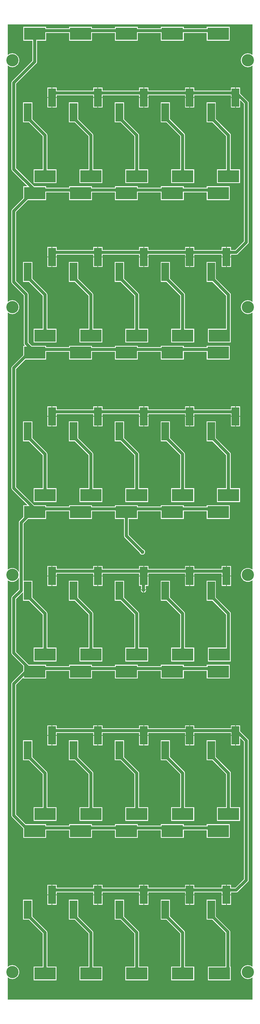
<source format=gtl>
%FSLAX44Y44*%
%MOMM*%
G71*
G01*
G75*
G04 Layer_Physical_Order=1*
G04 Layer_Color=255*
%ADD10R,2.5000X6.0000*%
%ADD11R,6.9850X4.0000*%
%ADD12C,1.0000*%
%ADD13C,4.0000*%
%ADD14C,1.2700*%
G36*
X810000Y3091833D02*
X808852Y3091290D01*
X807583Y3092332D01*
X803667Y3094424D01*
X799419Y3095713D01*
X795000Y3096148D01*
X790581Y3095713D01*
X786333Y3094424D01*
X782417Y3092332D01*
X778985Y3089515D01*
X776168Y3086082D01*
X774075Y3082167D01*
X772786Y3077918D01*
X772351Y3073499D01*
X772786Y3069081D01*
X774075Y3064832D01*
X776168Y3060916D01*
X778985Y3057484D01*
X782417Y3054667D01*
X786333Y3052574D01*
X790581Y3051285D01*
X795000Y3050850D01*
X799419Y3051285D01*
X803667Y3052574D01*
X807583Y3054667D01*
X808852Y3055709D01*
X810000Y3055166D01*
Y2286333D01*
X808852Y2285790D01*
X807583Y2286831D01*
X803667Y2288924D01*
X799419Y2290213D01*
X795000Y2290648D01*
X790581Y2290213D01*
X786333Y2288924D01*
X782417Y2286831D01*
X778985Y2284014D01*
X776168Y2280582D01*
X774075Y2276667D01*
X772786Y2272418D01*
X772351Y2267999D01*
X772786Y2263580D01*
X774075Y2259332D01*
X776168Y2255416D01*
X778985Y2251984D01*
X782417Y2249167D01*
X786333Y2247074D01*
X790581Y2245785D01*
X795000Y2245350D01*
X799419Y2245785D01*
X803667Y2247074D01*
X807583Y2249167D01*
X808852Y2250208D01*
X810000Y2249665D01*
Y1413333D01*
X808852Y1412790D01*
X807583Y1413831D01*
X803667Y1415924D01*
X799419Y1417213D01*
X795000Y1417648D01*
X790581Y1417213D01*
X786333Y1415924D01*
X782417Y1413831D01*
X778985Y1411014D01*
X776168Y1407582D01*
X774075Y1403667D01*
X772786Y1399418D01*
X772351Y1394999D01*
X772786Y1390580D01*
X774075Y1386332D01*
X776168Y1382416D01*
X778985Y1378984D01*
X782417Y1376167D01*
X786333Y1374074D01*
X790581Y1372785D01*
X795000Y1372350D01*
X799419Y1372785D01*
X803667Y1374074D01*
X807583Y1376167D01*
X808852Y1377208D01*
X810000Y1376665D01*
Y118333D01*
X808852Y117790D01*
X807583Y118831D01*
X803667Y120924D01*
X799419Y122213D01*
X795000Y122648D01*
X790581Y122213D01*
X786333Y120924D01*
X782417Y118831D01*
X778985Y116014D01*
X776168Y112582D01*
X774075Y108667D01*
X772786Y104418D01*
X772351Y99999D01*
X772786Y95581D01*
X774075Y91332D01*
X776168Y87416D01*
X778985Y83984D01*
X782417Y81167D01*
X786333Y79074D01*
X790581Y77785D01*
X795000Y77350D01*
X799419Y77785D01*
X803667Y79074D01*
X807583Y81167D01*
X808852Y82208D01*
X810000Y81665D01*
Y10000D01*
X10000D01*
Y81665D01*
X11148Y82208D01*
X12417Y81167D01*
X16333Y79074D01*
X20581Y77785D01*
X25000Y77350D01*
X29419Y77785D01*
X33667Y79074D01*
X37583Y81167D01*
X41015Y83984D01*
X43832Y87416D01*
X45925Y91332D01*
X47214Y95581D01*
X47649Y99999D01*
X47214Y104418D01*
X45925Y108667D01*
X43832Y112582D01*
X41015Y116014D01*
X37583Y118831D01*
X33667Y120924D01*
X29419Y122213D01*
X25000Y122648D01*
X20581Y122213D01*
X16333Y120924D01*
X12417Y118831D01*
X11148Y117790D01*
X10000Y118333D01*
Y1376665D01*
X11148Y1377208D01*
X12417Y1376167D01*
X16333Y1374074D01*
X20581Y1372785D01*
X25000Y1372350D01*
X29419Y1372785D01*
X33667Y1374074D01*
X37583Y1376167D01*
X41015Y1378984D01*
X43832Y1382416D01*
X45163Y1384906D01*
X46395Y1384597D01*
Y1347150D01*
X24622Y1325378D01*
X23414Y1323802D01*
X22877Y1322506D01*
X22654Y1321968D01*
X22395Y1320000D01*
Y1140000D01*
X22654Y1138032D01*
X22877Y1137494D01*
X23414Y1136198D01*
X24622Y1134622D01*
X60635Y1098610D01*
Y1081390D01*
X24622Y1045378D01*
X23414Y1043802D01*
X22877Y1042506D01*
X22654Y1041968D01*
X22395Y1040000D01*
Y610000D01*
X22654Y608032D01*
X22877Y607495D01*
X23414Y606198D01*
X24622Y604622D01*
X60635Y568610D01*
Y537220D01*
X135565D01*
Y562315D01*
X210635D01*
Y537220D01*
X285565D01*
Y562315D01*
X360635D01*
Y537220D01*
X435565D01*
Y562315D01*
X510635D01*
Y537220D01*
X585565D01*
Y562315D01*
X660635D01*
Y537220D01*
X735565D01*
Y582300D01*
X660635D01*
Y577525D01*
X585565D01*
Y582300D01*
X510635D01*
Y577525D01*
X435565D01*
Y582300D01*
X360635D01*
Y577525D01*
X285565D01*
Y582300D01*
X210635D01*
Y577525D01*
X135565D01*
Y582300D01*
X68455D01*
X37605Y613150D01*
Y1036850D01*
X59462Y1058707D01*
X60635Y1058221D01*
Y1057220D01*
X135565D01*
Y1082315D01*
X210635D01*
Y1057220D01*
X285565D01*
Y1082315D01*
X360635D01*
Y1057220D01*
X435565D01*
Y1082315D01*
X510635D01*
Y1057220D01*
X585565D01*
Y1082315D01*
X660635D01*
Y1057220D01*
X735565D01*
Y1102300D01*
X660635D01*
Y1097525D01*
X585565D01*
Y1102300D01*
X510635D01*
Y1097525D01*
X435565D01*
Y1102300D01*
X360635D01*
Y1097525D01*
X285565D01*
Y1102300D01*
X210635D01*
Y1097525D01*
X135565D01*
Y1102300D01*
X78455D01*
X37605Y1143150D01*
Y1316850D01*
X59027Y1338271D01*
X60200Y1337785D01*
Y1310680D01*
X79245D01*
X124295Y1265630D01*
Y1157780D01*
X94435D01*
Y1112700D01*
X169365D01*
Y1157780D01*
X139505D01*
Y1268780D01*
X139246Y1270748D01*
X139023Y1271286D01*
X138486Y1272582D01*
X137278Y1274158D01*
X90280Y1321155D01*
Y1375760D01*
X61605D01*
Y1562670D01*
X76155Y1577220D01*
X135565D01*
Y1602315D01*
X210635D01*
Y1577220D01*
X285565D01*
Y1602315D01*
X360635D01*
Y1577220D01*
X390495D01*
Y1521900D01*
X390754Y1519932D01*
X390977Y1519394D01*
X391514Y1518098D01*
X392722Y1516522D01*
X441305Y1467940D01*
X441339Y1467679D01*
X442235Y1465517D01*
X443660Y1463660D01*
X445517Y1462235D01*
X447679Y1461339D01*
X450000Y1461033D01*
X452321Y1461339D01*
X454483Y1462235D01*
X456340Y1463660D01*
X457765Y1465517D01*
X458661Y1467679D01*
X458967Y1470000D01*
X458661Y1472321D01*
X457765Y1474483D01*
X456340Y1476340D01*
X454483Y1477765D01*
X452321Y1478661D01*
X452060Y1478696D01*
X405705Y1525050D01*
Y1577220D01*
X435565D01*
Y1602315D01*
X510635D01*
Y1577220D01*
X585565D01*
Y1602315D01*
X660635D01*
Y1577220D01*
X735565D01*
Y1622300D01*
X660635D01*
Y1617525D01*
X585565D01*
Y1622300D01*
X510635D01*
Y1617525D01*
X435565D01*
Y1622300D01*
X360635D01*
Y1617525D01*
X285565D01*
Y1622300D01*
X210635D01*
Y1617525D01*
X135565D01*
Y1622300D01*
X96475D01*
X37605Y1681170D01*
Y2066850D01*
X67975Y2097220D01*
X135565D01*
Y2122315D01*
X210635D01*
Y2097220D01*
X285565D01*
Y2122315D01*
X360635D01*
Y2097220D01*
X435565D01*
Y2122315D01*
X510635D01*
Y2097220D01*
X585565D01*
Y2122315D01*
X660635D01*
Y2097220D01*
X735565D01*
Y2142300D01*
X660635D01*
Y2137525D01*
X585565D01*
Y2142300D01*
X510635D01*
Y2137525D01*
X435565D01*
Y2142300D01*
X360635D01*
Y2137525D01*
X285565D01*
Y2142300D01*
X210635D01*
Y2137525D01*
X135565D01*
Y2142300D01*
X88455D01*
X77605Y2153150D01*
Y2310000D01*
X77346Y2311968D01*
X76901Y2313043D01*
X76586Y2313802D01*
X75378Y2315378D01*
X37605Y2353150D01*
Y2578670D01*
X76155Y2617220D01*
X135565D01*
Y2642315D01*
X210635D01*
Y2617220D01*
X285565D01*
Y2642315D01*
X360635D01*
Y2617220D01*
X435565D01*
Y2642315D01*
X510635D01*
Y2617220D01*
X585565D01*
Y2642315D01*
X660635D01*
Y2617220D01*
X735565D01*
Y2662300D01*
X660635D01*
Y2657525D01*
X585565D01*
Y2662300D01*
X510635D01*
Y2657525D01*
X435565D01*
Y2662300D01*
X360635D01*
Y2657525D01*
X285565D01*
Y2662300D01*
X210635D01*
Y2657525D01*
X135565D01*
Y2662300D01*
X96475D01*
X37605Y2721170D01*
Y2996850D01*
X103478Y3062722D01*
X104686Y3064297D01*
X105001Y3065057D01*
X105446Y3066132D01*
X105705Y3068100D01*
Y3137220D01*
X135565D01*
Y3162315D01*
X210635D01*
Y3137220D01*
X285565D01*
Y3162315D01*
X360635D01*
Y3137220D01*
X435565D01*
Y3162315D01*
X510635D01*
Y3137220D01*
X585565D01*
Y3162315D01*
X660635D01*
Y3137220D01*
X735565D01*
Y3182300D01*
X660635D01*
Y3177525D01*
X585565D01*
Y3182300D01*
X510635D01*
Y3177525D01*
X435565D01*
Y3182300D01*
X360635D01*
Y3177525D01*
X285565D01*
Y3182300D01*
X210635D01*
Y3177525D01*
X135565D01*
Y3182300D01*
X60635D01*
Y3137220D01*
X90495D01*
Y3071250D01*
X24622Y3005378D01*
X23414Y3003802D01*
X22877Y3002505D01*
X22654Y3001968D01*
X22395Y3000000D01*
Y2718020D01*
X22654Y2716052D01*
X22877Y2715515D01*
X23414Y2714218D01*
X24622Y2712643D01*
X73791Y2663473D01*
X73306Y2662300D01*
X60635D01*
Y2623210D01*
X24622Y2587198D01*
X23414Y2585623D01*
X22877Y2584326D01*
X22654Y2583788D01*
X22395Y2581820D01*
Y2350000D01*
X22654Y2348032D01*
X22877Y2347495D01*
X23414Y2346198D01*
X24622Y2344622D01*
X62395Y2306850D01*
Y2150000D01*
X62654Y2148032D01*
X62877Y2147494D01*
X63414Y2146198D01*
X64622Y2144622D01*
X65771Y2143473D01*
X65286Y2142300D01*
X60635D01*
Y2111390D01*
X24622Y2075378D01*
X23414Y2073802D01*
X22877Y2072505D01*
X22654Y2071968D01*
X22395Y2070000D01*
Y1678020D01*
X22654Y1676052D01*
X22877Y1675515D01*
X23414Y1674218D01*
X24622Y1672642D01*
X73791Y1623473D01*
X73306Y1622300D01*
X60635D01*
Y1583210D01*
X48622Y1571198D01*
X47414Y1569622D01*
X46877Y1568326D01*
X46654Y1567788D01*
X46395Y1565820D01*
Y1405401D01*
X45163Y1405092D01*
X43832Y1407582D01*
X41015Y1411014D01*
X37583Y1413831D01*
X33667Y1415924D01*
X29419Y1417213D01*
X25000Y1417648D01*
X20581Y1417213D01*
X16333Y1415924D01*
X12417Y1413831D01*
X11148Y1412790D01*
X10000Y1413333D01*
Y2249665D01*
X11148Y2250208D01*
X12417Y2249167D01*
X16333Y2247074D01*
X20581Y2245785D01*
X25000Y2245350D01*
X29419Y2245785D01*
X33667Y2247074D01*
X37583Y2249167D01*
X41015Y2251984D01*
X43832Y2255416D01*
X45925Y2259332D01*
X47214Y2263580D01*
X47649Y2267999D01*
X47214Y2272418D01*
X45925Y2276667D01*
X43832Y2280582D01*
X41015Y2284014D01*
X37583Y2286831D01*
X33667Y2288924D01*
X29419Y2290213D01*
X25000Y2290648D01*
X20581Y2290213D01*
X16333Y2288924D01*
X12417Y2286831D01*
X11148Y2285790D01*
X10000Y2286333D01*
Y3055166D01*
X11148Y3055709D01*
X12417Y3054667D01*
X16333Y3052574D01*
X20581Y3051285D01*
X25000Y3050850D01*
X29419Y3051285D01*
X33667Y3052574D01*
X37583Y3054667D01*
X41015Y3057484D01*
X43832Y3060916D01*
X45925Y3064832D01*
X47214Y3069081D01*
X47649Y3073499D01*
X47214Y3077918D01*
X45925Y3082167D01*
X43832Y3086082D01*
X41015Y3089515D01*
X37583Y3092332D01*
X33667Y3094424D01*
X29419Y3095713D01*
X25000Y3096148D01*
X20581Y3095713D01*
X16333Y3094424D01*
X12417Y3092332D01*
X11148Y3091290D01*
X10000Y3091833D01*
Y3190000D01*
X810000D01*
Y3091833D01*
D02*
G37*
%LPC*%
G36*
X390280Y1375760D02*
X360200D01*
Y1310680D01*
X379245D01*
X424295Y1265630D01*
Y1157780D01*
X394435D01*
Y1112700D01*
X469365D01*
Y1157780D01*
X439505D01*
Y1268780D01*
X439246Y1270748D01*
X438801Y1271823D01*
X438486Y1272582D01*
X437278Y1274158D01*
X390280Y1321155D01*
Y1375760D01*
D02*
G37*
G36*
X240280D02*
X210200D01*
Y1310680D01*
X229245D01*
X274295Y1265630D01*
Y1157780D01*
X244435D01*
Y1112700D01*
X319365D01*
Y1157780D01*
X289505D01*
Y1268780D01*
X289246Y1270748D01*
X289023Y1271286D01*
X288486Y1272582D01*
X287278Y1274158D01*
X240280Y1321155D01*
Y1375760D01*
D02*
G37*
G36*
X753490Y904320D02*
X739720D01*
Y894625D01*
X619800D01*
Y904320D01*
X606030D01*
Y873050D01*
X619800D01*
Y879415D01*
X739720D01*
Y873050D01*
X753490D01*
Y904320D01*
D02*
G37*
G36*
X540280Y1375760D02*
X510200D01*
Y1310680D01*
X529245D01*
X574295Y1265630D01*
Y1157780D01*
X544435D01*
Y1112700D01*
X619365D01*
Y1157780D01*
X589505D01*
Y1268780D01*
X589246Y1270748D01*
X588801Y1271823D01*
X588486Y1272582D01*
X587278Y1274158D01*
X540280Y1321155D01*
Y1375760D01*
D02*
G37*
G36*
X462799Y1344980D02*
X455270D01*
Y1337451D01*
X456321Y1337589D01*
X458483Y1338485D01*
X460340Y1339910D01*
X461765Y1341767D01*
X462661Y1343929D01*
X462799Y1344980D01*
D02*
G37*
G36*
X452730D02*
X445201D01*
X445339Y1343929D01*
X446235Y1341767D01*
X447660Y1339910D01*
X449517Y1338485D01*
X451679Y1337589D01*
X452730Y1337451D01*
Y1344980D01*
D02*
G37*
G36*
X690280Y1375760D02*
X660200D01*
Y1310680D01*
X679245D01*
X724295Y1265630D01*
Y1157780D01*
X664435D01*
Y1112700D01*
X739365D01*
Y1124016D01*
X739505Y1125080D01*
Y1268780D01*
X739246Y1270748D01*
X738801Y1271823D01*
X738486Y1272582D01*
X737278Y1274158D01*
X690280Y1321155D01*
Y1375760D01*
D02*
G37*
G36*
X603490Y904320D02*
X589720D01*
Y894625D01*
X469800D01*
Y904320D01*
X456030D01*
Y873050D01*
X469800D01*
Y879415D01*
X589720D01*
Y873050D01*
X603490D01*
Y904320D01*
D02*
G37*
G36*
X619800Y870510D02*
X606030D01*
Y839240D01*
X619800D01*
Y870510D01*
D02*
G37*
G36*
X603490D02*
X589720D01*
Y839240D01*
X603490D01*
Y870510D01*
D02*
G37*
G36*
X469800D02*
X456030D01*
Y839240D01*
X469800D01*
Y870510D01*
D02*
G37*
G36*
X753490D02*
X739720D01*
Y839240D01*
X753490D01*
Y870510D01*
D02*
G37*
G36*
X453490Y904320D02*
X439720D01*
Y894625D01*
X319800D01*
Y904320D01*
X306030D01*
Y873050D01*
X319800D01*
Y879415D01*
X439720D01*
Y873050D01*
X453490D01*
Y904320D01*
D02*
G37*
G36*
X303490D02*
X289720D01*
Y894625D01*
X169800D01*
Y904320D01*
X156030D01*
Y873050D01*
X169800D01*
Y879415D01*
X289720D01*
Y873050D01*
X303490D01*
Y904320D01*
D02*
G37*
G36*
X153490D02*
X139720D01*
Y873050D01*
X153490D01*
Y904320D01*
D02*
G37*
G36*
X739800Y1424320D02*
X726030D01*
Y1393050D01*
X739800D01*
Y1424320D01*
D02*
G37*
G36*
X153490D02*
X139720D01*
Y1393050D01*
X153490D01*
Y1424320D01*
D02*
G37*
G36*
X739800Y1390510D02*
X726030D01*
Y1359240D01*
X739800D01*
Y1390510D01*
D02*
G37*
G36*
X303490Y1424320D02*
X289720D01*
Y1414625D01*
X169800D01*
Y1424320D01*
X156030D01*
Y1393050D01*
X169800D01*
Y1399415D01*
X289720D01*
Y1393050D01*
X303490D01*
Y1424320D01*
D02*
G37*
G36*
X723490D02*
X709720D01*
Y1414625D01*
X619800D01*
Y1424320D01*
X606030D01*
Y1393050D01*
X619800D01*
Y1399415D01*
X709720D01*
Y1393050D01*
X723490D01*
Y1424320D01*
D02*
G37*
G36*
X603490D02*
X589720D01*
Y1414625D01*
X469800D01*
Y1424320D01*
X456030D01*
Y1393050D01*
X469800D01*
Y1399415D01*
X589720D01*
Y1393050D01*
X603490D01*
Y1424320D01*
D02*
G37*
G36*
X453490D02*
X439720D01*
Y1414625D01*
X319800D01*
Y1424320D01*
X306030D01*
Y1393050D01*
X319800D01*
Y1399415D01*
X439720D01*
Y1393050D01*
X453490D01*
Y1424320D01*
D02*
G37*
G36*
X723490Y1390510D02*
X709720D01*
Y1359240D01*
X723490D01*
Y1390510D01*
D02*
G37*
G36*
X169800D02*
X156030D01*
Y1359240D01*
X169800D01*
Y1390510D01*
D02*
G37*
G36*
X153490D02*
X139720D01*
Y1359240D01*
X153490D01*
Y1390510D01*
D02*
G37*
G36*
X469800D02*
X439720D01*
Y1359240D01*
X446395D01*
Y1350942D01*
X446235Y1350733D01*
X445339Y1348571D01*
X445201Y1347520D01*
X462799D01*
X462661Y1348571D01*
X461765Y1350733D01*
X461605Y1350942D01*
Y1359240D01*
X469800D01*
Y1390510D01*
D02*
G37*
G36*
X303490D02*
X289720D01*
Y1359240D01*
X303490D01*
Y1390510D01*
D02*
G37*
G36*
X619800D02*
X606030D01*
Y1359240D01*
X619800D01*
Y1390510D01*
D02*
G37*
G36*
X603490D02*
X589720D01*
Y1359240D01*
X603490D01*
Y1390510D01*
D02*
G37*
G36*
X319800D02*
X306030D01*
Y1359240D01*
X319800D01*
Y1390510D01*
D02*
G37*
G36*
X453490Y870510D02*
X439720D01*
Y839240D01*
X453490D01*
Y870510D01*
D02*
G37*
G36*
X469800Y350510D02*
X456030D01*
Y319240D01*
X469800D01*
Y350510D01*
D02*
G37*
G36*
X453490D02*
X439720D01*
Y319240D01*
X453490D01*
Y350510D01*
D02*
G37*
G36*
X319800D02*
X306030D01*
Y319240D01*
X319800D01*
Y350510D01*
D02*
G37*
G36*
X603490D02*
X589720D01*
Y319240D01*
X603490D01*
Y350510D01*
D02*
G37*
G36*
X739800D02*
X726030D01*
Y319240D01*
X739800D01*
Y350510D01*
D02*
G37*
G36*
X723490D02*
X709720D01*
Y319240D01*
X723490D01*
Y350510D01*
D02*
G37*
G36*
X619800D02*
X606030D01*
Y319240D01*
X619800D01*
Y350510D01*
D02*
G37*
G36*
X303490D02*
X289720D01*
Y319240D01*
X303490D01*
Y350510D01*
D02*
G37*
G36*
X390280Y335760D02*
X360200D01*
Y270680D01*
X379245D01*
X424295Y225630D01*
Y117780D01*
X394435D01*
Y72700D01*
X469365D01*
Y117780D01*
X439505D01*
Y228780D01*
X439246Y230748D01*
X438801Y231823D01*
X438486Y232582D01*
X437278Y234158D01*
X390280Y281155D01*
Y335760D01*
D02*
G37*
G36*
X240280D02*
X210200D01*
Y270680D01*
X229245D01*
X274295Y225630D01*
Y117780D01*
X244435D01*
Y72700D01*
X319365D01*
Y117780D01*
X289505D01*
Y228780D01*
X289246Y230748D01*
X289023Y231286D01*
X288486Y232582D01*
X287278Y234158D01*
X240280Y281155D01*
Y335760D01*
D02*
G37*
G36*
X90280D02*
X60200D01*
Y270680D01*
X79245D01*
X124295Y225630D01*
Y117780D01*
X94435D01*
Y72700D01*
X169365D01*
Y117780D01*
X139505D01*
Y228780D01*
X139246Y230748D01*
X139023Y231286D01*
X138486Y232582D01*
X137278Y234158D01*
X90280Y281155D01*
Y335760D01*
D02*
G37*
G36*
X540280D02*
X510200D01*
Y270680D01*
X529245D01*
X574295Y225630D01*
Y117780D01*
X544435D01*
Y72700D01*
X619365D01*
Y117780D01*
X589505D01*
Y228780D01*
X589246Y230748D01*
X588801Y231823D01*
X588486Y232582D01*
X587278Y234158D01*
X540280Y281155D01*
Y335760D01*
D02*
G37*
G36*
X169800Y350510D02*
X156030D01*
Y319240D01*
X169800D01*
Y350510D01*
D02*
G37*
G36*
X153490D02*
X139720D01*
Y319240D01*
X153490D01*
Y350510D01*
D02*
G37*
G36*
X690280Y335760D02*
X660200D01*
Y270680D01*
X679245D01*
X722145Y227780D01*
Y117780D01*
X664435D01*
Y72700D01*
X739365D01*
Y84016D01*
X739505Y85080D01*
X739365Y86144D01*
Y117780D01*
X737355D01*
Y230930D01*
X737096Y232898D01*
X736873Y233436D01*
X736336Y234732D01*
X735128Y236308D01*
X690280Y281155D01*
Y335760D01*
D02*
G37*
G36*
Y855760D02*
X660200D01*
Y790680D01*
X679245D01*
X724295Y745630D01*
Y637780D01*
X694435D01*
Y592700D01*
X769365D01*
Y637780D01*
X739505D01*
Y748780D01*
X739246Y750748D01*
X738801Y751823D01*
X738486Y752582D01*
X737278Y754158D01*
X690280Y801155D01*
Y855760D01*
D02*
G37*
G36*
X540280D02*
X510200D01*
Y790680D01*
X529245D01*
X574295Y745630D01*
Y637780D01*
X544435D01*
Y592700D01*
X619365D01*
Y637780D01*
X589505D01*
Y748780D01*
X589246Y750748D01*
X588801Y751823D01*
X588486Y752582D01*
X587278Y754158D01*
X540280Y801155D01*
Y855760D01*
D02*
G37*
G36*
X390280D02*
X360200D01*
Y790680D01*
X379245D01*
X424295Y745630D01*
Y637780D01*
X394435D01*
Y592700D01*
X469365D01*
Y637780D01*
X439505D01*
Y748780D01*
X439246Y750748D01*
X438801Y751823D01*
X438486Y752582D01*
X437278Y754158D01*
X390280Y801155D01*
Y855760D01*
D02*
G37*
G36*
X153490Y870510D02*
X139720D01*
Y839240D01*
X153490D01*
Y870510D01*
D02*
G37*
G36*
X319800D02*
X306030D01*
Y839240D01*
X319800D01*
Y870510D01*
D02*
G37*
G36*
X303490D02*
X289720D01*
Y839240D01*
X303490D01*
Y870510D01*
D02*
G37*
G36*
X169800D02*
X156030D01*
Y839240D01*
X169800D01*
Y870510D01*
D02*
G37*
G36*
X240280Y855760D02*
X210200D01*
Y790680D01*
X229245D01*
X274295Y745630D01*
Y637780D01*
X244435D01*
Y592700D01*
X319365D01*
Y637780D01*
X289505D01*
Y748780D01*
X289246Y750748D01*
X289023Y751286D01*
X288486Y752582D01*
X287278Y754158D01*
X240280Y801155D01*
Y855760D01*
D02*
G37*
G36*
X453490Y384320D02*
X439720D01*
Y374625D01*
X319800D01*
Y384320D01*
X306030D01*
Y353050D01*
X319800D01*
Y359415D01*
X439720D01*
Y353050D01*
X453490D01*
Y384320D01*
D02*
G37*
G36*
X303490D02*
X289720D01*
Y374625D01*
X169800D01*
Y384320D01*
X156030D01*
Y353050D01*
X169800D01*
Y359415D01*
X289720D01*
Y353050D01*
X303490D01*
Y384320D01*
D02*
G37*
G36*
X153490D02*
X139720D01*
Y353050D01*
X153490D01*
Y384320D01*
D02*
G37*
G36*
X603490D02*
X589720D01*
Y374625D01*
X469800D01*
Y384320D01*
X456030D01*
Y353050D01*
X469800D01*
Y359415D01*
X589720D01*
Y353050D01*
X603490D01*
Y384320D01*
D02*
G37*
G36*
X90280Y855760D02*
X60200D01*
Y790680D01*
X79245D01*
X124295Y745630D01*
Y637780D01*
X94435D01*
Y592700D01*
X169365D01*
Y637780D01*
X139505D01*
Y748780D01*
X139246Y750748D01*
X139023Y751286D01*
X138486Y752582D01*
X137278Y754158D01*
X90280Y801155D01*
Y855760D01*
D02*
G37*
G36*
X769800Y904320D02*
X756030D01*
Y871780D01*
Y839240D01*
X769800D01*
Y862105D01*
X770973Y862591D01*
X782395Y851170D01*
Y402870D01*
X754150Y374625D01*
X739800D01*
Y384320D01*
X726030D01*
Y353050D01*
X739800D01*
Y359415D01*
X757300D01*
X759268Y359674D01*
X759806Y359897D01*
X761103Y360434D01*
X762678Y361642D01*
X795378Y394342D01*
X796586Y395917D01*
X797123Y397214D01*
X797346Y397752D01*
X797605Y399720D01*
Y854320D01*
X797346Y856288D01*
X797123Y856826D01*
X796586Y858122D01*
X795378Y859698D01*
X769800Y885275D01*
Y904320D01*
D02*
G37*
G36*
X723490Y384320D02*
X709720D01*
Y374625D01*
X619800D01*
Y384320D01*
X606030D01*
Y353050D01*
X619800D01*
Y359415D01*
X709720D01*
Y353050D01*
X723490D01*
Y384320D01*
D02*
G37*
G36*
X769800Y2984320D02*
X756030D01*
Y2951780D01*
Y2919240D01*
X769800D01*
Y2942105D01*
X770973Y2942592D01*
X782395Y2931170D01*
Y2482870D01*
X754150Y2454625D01*
X739800D01*
Y2464320D01*
X726030D01*
Y2433050D01*
X739800D01*
Y2439415D01*
X757300D01*
X759268Y2439674D01*
X759806Y2439897D01*
X761103Y2440434D01*
X762678Y2441642D01*
X795378Y2474342D01*
X796586Y2475918D01*
X797123Y2477214D01*
X797346Y2477752D01*
X797605Y2479720D01*
Y2934320D01*
X797346Y2936288D01*
X797123Y2936826D01*
X796586Y2938123D01*
X795378Y2939698D01*
X769800Y2965275D01*
Y2984320D01*
D02*
G37*
G36*
X723490Y2464320D02*
X709720D01*
Y2454625D01*
X619800D01*
Y2464320D01*
X606030D01*
Y2433050D01*
X619800D01*
Y2439415D01*
X709720D01*
Y2433050D01*
X723490D01*
Y2464320D01*
D02*
G37*
G36*
X603490D02*
X589720D01*
Y2454625D01*
X469800D01*
Y2464320D01*
X456030D01*
Y2433050D01*
X469800D01*
Y2439415D01*
X589720D01*
Y2433050D01*
X603490D01*
Y2464320D01*
D02*
G37*
G36*
X90280Y2935760D02*
X60200D01*
Y2870680D01*
X79245D01*
X124295Y2825630D01*
Y2717780D01*
X94435D01*
Y2672700D01*
X169365D01*
Y2717780D01*
X139505D01*
Y2828780D01*
X139246Y2830748D01*
X139023Y2831286D01*
X138486Y2832582D01*
X137278Y2834158D01*
X90280Y2881155D01*
Y2935760D01*
D02*
G37*
G36*
X540280D02*
X510200D01*
Y2870680D01*
X529245D01*
X574295Y2825630D01*
Y2717780D01*
X544435D01*
Y2672700D01*
X619365D01*
Y2717780D01*
X589505D01*
Y2828780D01*
X589246Y2830748D01*
X588801Y2831823D01*
X588486Y2832582D01*
X587278Y2834158D01*
X540280Y2881155D01*
Y2935760D01*
D02*
G37*
G36*
X390280D02*
X360200D01*
Y2870680D01*
X379245D01*
X424295Y2825630D01*
Y2717780D01*
X394435D01*
Y2672700D01*
X469365D01*
Y2717780D01*
X439505D01*
Y2828780D01*
X439246Y2830748D01*
X438801Y2831823D01*
X438486Y2832582D01*
X437278Y2834158D01*
X390280Y2881155D01*
Y2935760D01*
D02*
G37*
G36*
X240280D02*
X210200D01*
Y2870680D01*
X229245D01*
X274295Y2825630D01*
Y2717780D01*
X244435D01*
Y2672700D01*
X319365D01*
Y2717780D01*
X289505D01*
Y2828780D01*
X289246Y2830748D01*
X289023Y2831286D01*
X288486Y2832582D01*
X287278Y2834158D01*
X240280Y2881155D01*
Y2935760D01*
D02*
G37*
G36*
X453490Y2464320D02*
X439720D01*
Y2454625D01*
X319800D01*
Y2464320D01*
X306030D01*
Y2433050D01*
X319800D01*
Y2439415D01*
X439720D01*
Y2433050D01*
X453490D01*
Y2464320D01*
D02*
G37*
G36*
X619800Y2430510D02*
X606030D01*
Y2399240D01*
X619800D01*
Y2430510D01*
D02*
G37*
G36*
X603490D02*
X589720D01*
Y2399240D01*
X603490D01*
Y2430510D01*
D02*
G37*
G36*
X469800D02*
X456030D01*
Y2399240D01*
X469800D01*
Y2430510D01*
D02*
G37*
G36*
X723490D02*
X709720D01*
Y2399240D01*
X723490D01*
Y2430510D01*
D02*
G37*
G36*
X303490Y2464320D02*
X289720D01*
Y2454625D01*
X169800D01*
Y2464320D01*
X156030D01*
Y2433050D01*
X169800D01*
Y2439415D01*
X289720D01*
Y2433050D01*
X303490D01*
Y2464320D01*
D02*
G37*
G36*
X153490D02*
X139720D01*
Y2433050D01*
X153490D01*
Y2464320D01*
D02*
G37*
G36*
X739800Y2430510D02*
X726030D01*
Y2399240D01*
X739800D01*
Y2430510D01*
D02*
G37*
G36*
X153490Y2984320D02*
X139720D01*
Y2953050D01*
X153490D01*
Y2984320D01*
D02*
G37*
G36*
X753490Y2950510D02*
X739720D01*
Y2919240D01*
X753490D01*
Y2950510D01*
D02*
G37*
G36*
X619800D02*
X606030D01*
Y2919240D01*
X619800D01*
Y2950510D01*
D02*
G37*
G36*
X303490Y2984320D02*
X289720D01*
Y2974625D01*
X169800D01*
Y2984320D01*
X156030D01*
Y2953050D01*
X169800D01*
Y2959415D01*
X289720D01*
Y2953050D01*
X303490D01*
Y2984320D01*
D02*
G37*
G36*
X753490D02*
X739720D01*
Y2974625D01*
X619800D01*
Y2984320D01*
X606030D01*
Y2953050D01*
X619800D01*
Y2959415D01*
X739720D01*
Y2953050D01*
X753490D01*
Y2984320D01*
D02*
G37*
G36*
X603490D02*
X589720D01*
Y2974625D01*
X469800D01*
Y2984320D01*
X456030D01*
Y2953050D01*
X469800D01*
Y2959415D01*
X589720D01*
Y2953050D01*
X603490D01*
Y2984320D01*
D02*
G37*
G36*
X453490D02*
X439720D01*
Y2974625D01*
X319800D01*
Y2984320D01*
X306030D01*
Y2953050D01*
X319800D01*
Y2959415D01*
X439720D01*
Y2953050D01*
X453490D01*
Y2984320D01*
D02*
G37*
G36*
X603490Y2950510D02*
X589720D01*
Y2919240D01*
X603490D01*
Y2950510D01*
D02*
G37*
G36*
X169800D02*
X156030D01*
Y2919240D01*
X169800D01*
Y2950510D01*
D02*
G37*
G36*
X153490D02*
X139720D01*
Y2919240D01*
X153490D01*
Y2950510D01*
D02*
G37*
G36*
X690280Y2935760D02*
X660200D01*
Y2870680D01*
X679245D01*
X724295Y2825630D01*
Y2717780D01*
X694435D01*
Y2672700D01*
X769365D01*
Y2717780D01*
X739505D01*
Y2828780D01*
X739246Y2830748D01*
X738801Y2831823D01*
X738486Y2832582D01*
X737278Y2834158D01*
X690280Y2881155D01*
Y2935760D01*
D02*
G37*
G36*
X303490Y2950510D02*
X289720D01*
Y2919240D01*
X303490D01*
Y2950510D01*
D02*
G37*
G36*
X469800D02*
X456030D01*
Y2919240D01*
X469800D01*
Y2950510D01*
D02*
G37*
G36*
X453490D02*
X439720D01*
Y2919240D01*
X453490D01*
Y2950510D01*
D02*
G37*
G36*
X319800D02*
X306030D01*
Y2919240D01*
X319800D01*
Y2950510D01*
D02*
G37*
G36*
X453490Y2430510D02*
X439720D01*
Y2399240D01*
X453490D01*
Y2430510D01*
D02*
G37*
G36*
X469800Y1910510D02*
X456030D01*
Y1879240D01*
X469800D01*
Y1910510D01*
D02*
G37*
G36*
X453490D02*
X439720D01*
Y1879240D01*
X453490D01*
Y1910510D01*
D02*
G37*
G36*
X319800D02*
X306030D01*
Y1879240D01*
X319800D01*
Y1910510D01*
D02*
G37*
G36*
X603490D02*
X589720D01*
Y1879240D01*
X603490D01*
Y1910510D01*
D02*
G37*
G36*
X769800D02*
X756030D01*
Y1879240D01*
X769800D01*
Y1910510D01*
D02*
G37*
G36*
X753490D02*
X739720D01*
Y1879240D01*
X753490D01*
Y1910510D01*
D02*
G37*
G36*
X619800D02*
X606030D01*
Y1879240D01*
X619800D01*
Y1910510D01*
D02*
G37*
G36*
X303490D02*
X289720D01*
Y1879240D01*
X303490D01*
Y1910510D01*
D02*
G37*
G36*
X390280Y1895760D02*
X360200D01*
Y1830680D01*
X379245D01*
X424295Y1785630D01*
Y1677780D01*
X394435D01*
Y1632700D01*
X469365D01*
Y1677780D01*
X439505D01*
Y1788780D01*
X439246Y1790748D01*
X438801Y1791823D01*
X438486Y1792583D01*
X437278Y1794158D01*
X390280Y1841155D01*
Y1895760D01*
D02*
G37*
G36*
X240280D02*
X210200D01*
Y1830680D01*
X229245D01*
X274295Y1785630D01*
Y1677780D01*
X244435D01*
Y1632700D01*
X319365D01*
Y1677780D01*
X289505D01*
Y1788780D01*
X289246Y1790748D01*
X289023Y1791286D01*
X288486Y1792583D01*
X287278Y1794158D01*
X240280Y1841155D01*
Y1895760D01*
D02*
G37*
G36*
X90280D02*
X60200D01*
Y1830680D01*
X79245D01*
X124295Y1785630D01*
Y1677780D01*
X94435D01*
Y1632700D01*
X169365D01*
Y1677780D01*
X139505D01*
Y1788780D01*
X139246Y1790748D01*
X139023Y1791286D01*
X138486Y1792583D01*
X137278Y1794158D01*
X90280Y1841155D01*
Y1895760D01*
D02*
G37*
G36*
X540280D02*
X510200D01*
Y1830680D01*
X529245D01*
X574295Y1785630D01*
Y1677780D01*
X544435D01*
Y1632700D01*
X619365D01*
Y1677780D01*
X589505D01*
Y1788780D01*
X589246Y1790748D01*
X588801Y1791823D01*
X588486Y1792583D01*
X587278Y1794158D01*
X540280Y1841155D01*
Y1895760D01*
D02*
G37*
G36*
X169800Y1910510D02*
X156030D01*
Y1879240D01*
X169800D01*
Y1910510D01*
D02*
G37*
G36*
X153490D02*
X139720D01*
Y1879240D01*
X153490D01*
Y1910510D01*
D02*
G37*
G36*
X690280Y1895760D02*
X660200D01*
Y1830680D01*
X679245D01*
X724295Y1785630D01*
Y1677780D01*
X694435D01*
Y1632700D01*
X769365D01*
Y1677780D01*
X739505D01*
Y1788780D01*
X739246Y1790748D01*
X738801Y1791823D01*
X738486Y1792583D01*
X737278Y1794158D01*
X690280Y1841155D01*
Y1895760D01*
D02*
G37*
G36*
Y2415760D02*
X660200D01*
Y2350680D01*
X679245D01*
X724295Y2305630D01*
Y2197780D01*
X664435D01*
Y2152700D01*
X739365D01*
Y2164016D01*
X739505Y2165080D01*
Y2308780D01*
X739246Y2310748D01*
X738801Y2311823D01*
X738486Y2312583D01*
X737278Y2314158D01*
X690280Y2361155D01*
Y2415760D01*
D02*
G37*
G36*
X540280D02*
X510200D01*
Y2350680D01*
X529245D01*
X574295Y2305630D01*
Y2197780D01*
X544435D01*
Y2152700D01*
X619365D01*
Y2197780D01*
X589505D01*
Y2308780D01*
X589246Y2310748D01*
X588801Y2311823D01*
X588486Y2312583D01*
X587278Y2314158D01*
X540280Y2361155D01*
Y2415760D01*
D02*
G37*
G36*
X390280D02*
X360200D01*
Y2350680D01*
X379245D01*
X424295Y2305630D01*
Y2197780D01*
X394435D01*
Y2152700D01*
X469365D01*
Y2197780D01*
X439505D01*
Y2308780D01*
X439246Y2310748D01*
X438801Y2311823D01*
X438486Y2312583D01*
X437278Y2314158D01*
X390280Y2361155D01*
Y2415760D01*
D02*
G37*
G36*
X153490Y2430510D02*
X139720D01*
Y2399240D01*
X153490D01*
Y2430510D01*
D02*
G37*
G36*
X319800D02*
X306030D01*
Y2399240D01*
X319800D01*
Y2430510D01*
D02*
G37*
G36*
X303490D02*
X289720D01*
Y2399240D01*
X303490D01*
Y2430510D01*
D02*
G37*
G36*
X169800D02*
X156030D01*
Y2399240D01*
X169800D01*
Y2430510D01*
D02*
G37*
G36*
X240280Y2415760D02*
X210200D01*
Y2350680D01*
X229245D01*
X274295Y2305630D01*
Y2197780D01*
X244435D01*
Y2152700D01*
X319365D01*
Y2197780D01*
X289505D01*
Y2308780D01*
X289246Y2310748D01*
X289023Y2311286D01*
X288486Y2312583D01*
X287278Y2314158D01*
X240280Y2361155D01*
Y2415760D01*
D02*
G37*
G36*
X303490Y1944320D02*
X289720D01*
Y1934625D01*
X169800D01*
Y1944320D01*
X156030D01*
Y1913050D01*
X169800D01*
Y1919415D01*
X289720D01*
Y1913050D01*
X303490D01*
Y1944320D01*
D02*
G37*
G36*
X769800D02*
X756030D01*
Y1913050D01*
X769800D01*
Y1944320D01*
D02*
G37*
G36*
X153490D02*
X139720D01*
Y1913050D01*
X153490D01*
Y1944320D01*
D02*
G37*
G36*
X453490D02*
X439720D01*
Y1934625D01*
X319800D01*
Y1944320D01*
X306030D01*
Y1913050D01*
X319800D01*
Y1919415D01*
X439720D01*
Y1913050D01*
X453490D01*
Y1944320D01*
D02*
G37*
G36*
X90280Y2415760D02*
X60200D01*
Y2350680D01*
X79245D01*
X124295Y2305630D01*
Y2197780D01*
X94435D01*
Y2152700D01*
X169365D01*
Y2197780D01*
X139505D01*
Y2308780D01*
X139246Y2310748D01*
X139023Y2311286D01*
X138486Y2312583D01*
X137278Y2314158D01*
X90280Y2361155D01*
Y2415760D01*
D02*
G37*
G36*
X753490Y1944320D02*
X739720D01*
Y1934625D01*
X619800D01*
Y1944320D01*
X606030D01*
Y1913050D01*
X619800D01*
Y1919415D01*
X739720D01*
Y1913050D01*
X753490D01*
Y1944320D01*
D02*
G37*
G36*
X603490D02*
X589720D01*
Y1934625D01*
X469800D01*
Y1944320D01*
X456030D01*
Y1913050D01*
X469800D01*
Y1919415D01*
X589720D01*
Y1913050D01*
X603490D01*
Y1944320D01*
D02*
G37*
%LPD*%
D10*
X675240Y2903220D02*
D03*
X525240D02*
D03*
X375240D02*
D03*
X225240D02*
D03*
X75240D02*
D03*
X154760Y2951780D02*
D03*
X304760D02*
D03*
X454760D02*
D03*
X604760D02*
D03*
X754760D02*
D03*
X675240Y2383220D02*
D03*
X525240D02*
D03*
X375240D02*
D03*
X225240D02*
D03*
X75240D02*
D03*
X154760Y2431780D02*
D03*
X304760D02*
D03*
X454760D02*
D03*
X604760D02*
D03*
X724760D02*
D03*
X675240Y1863220D02*
D03*
X525240D02*
D03*
X375240D02*
D03*
X225240D02*
D03*
X75240D02*
D03*
X154760Y1911780D02*
D03*
X304760D02*
D03*
X454760D02*
D03*
X604760D02*
D03*
X754760D02*
D03*
X675240Y1343220D02*
D03*
X525240D02*
D03*
X375240D02*
D03*
X225240D02*
D03*
X75240D02*
D03*
X154760Y1391780D02*
D03*
X304760D02*
D03*
X454760D02*
D03*
X604760D02*
D03*
X724760D02*
D03*
X675240Y823220D02*
D03*
X525240D02*
D03*
X375240D02*
D03*
X225240D02*
D03*
X75240D02*
D03*
X154760Y871780D02*
D03*
X304760D02*
D03*
X454760D02*
D03*
X604760D02*
D03*
X754760D02*
D03*
X675240Y303220D02*
D03*
X525240D02*
D03*
X375240D02*
D03*
X225240D02*
D03*
X75240D02*
D03*
X154760Y351780D02*
D03*
X304760D02*
D03*
X454760D02*
D03*
X604760D02*
D03*
X724760D02*
D03*
D11*
X698100Y3159760D02*
D03*
X548100D02*
D03*
X398100D02*
D03*
X248100D02*
D03*
X98100D02*
D03*
X131900Y2695240D02*
D03*
X281900D02*
D03*
X431900D02*
D03*
X581900D02*
D03*
X731900D02*
D03*
X698100Y2639760D02*
D03*
X548100D02*
D03*
X398100D02*
D03*
X248100D02*
D03*
X98100D02*
D03*
X131900Y2175240D02*
D03*
X281900D02*
D03*
X431900D02*
D03*
X581900D02*
D03*
X701900D02*
D03*
X698100Y2119760D02*
D03*
X548100D02*
D03*
X398100D02*
D03*
X248100D02*
D03*
X98100D02*
D03*
X131900Y1655240D02*
D03*
X281900D02*
D03*
X431900D02*
D03*
X581900D02*
D03*
X731900D02*
D03*
X698100Y1599760D02*
D03*
X548100D02*
D03*
X398100D02*
D03*
X248100D02*
D03*
X98100D02*
D03*
X131900Y1135240D02*
D03*
X281900D02*
D03*
X431900D02*
D03*
X581900D02*
D03*
X701900D02*
D03*
X698100Y1079760D02*
D03*
X548100D02*
D03*
X398100D02*
D03*
X248100D02*
D03*
X98100D02*
D03*
X131900Y615240D02*
D03*
X281900D02*
D03*
X431900D02*
D03*
X581900D02*
D03*
X731900D02*
D03*
X698100Y559760D02*
D03*
X548100D02*
D03*
X398100D02*
D03*
X248100D02*
D03*
X98100D02*
D03*
X131900Y95240D02*
D03*
X281900D02*
D03*
X431900D02*
D03*
X581900D02*
D03*
X701900D02*
D03*
D12*
X672700Y287980D02*
X729750Y230930D01*
Y87230D02*
Y230930D01*
Y87230D02*
X731900Y85080D01*
X457300Y1407020D02*
X727250D01*
X398100Y1521900D02*
X450000Y1470000D01*
X398100Y1521900D02*
Y1609920D01*
X450000Y1380000D02*
X457300Y1387300D01*
Y1407020D01*
X70000Y2150000D02*
X90080Y2129920D01*
X790000Y2479720D02*
Y2934320D01*
X757300Y2447020D02*
X790000Y2479720D01*
X757300Y2967020D02*
X790000Y2934320D01*
X30000Y3000000D02*
X98100Y3068100D01*
X30000Y2718020D02*
Y3000000D01*
Y2718020D02*
X98100Y2649920D01*
Y3068100D02*
Y3169920D01*
X30000Y2350000D02*
X70000Y2310000D01*
Y2150000D02*
Y2310000D01*
X30000Y2350000D02*
Y2581820D01*
X98100Y2649920D01*
X90080Y2129920D02*
X98100D01*
X89920D02*
X98100D01*
X30000Y2070000D02*
X89920Y2129920D01*
X30000Y1678020D02*
Y2070000D01*
Y1678020D02*
X98100Y1609920D01*
X80080Y1089920D02*
X98100D01*
X30000Y1140000D02*
X80080Y1089920D01*
X131900Y85080D02*
Y228780D01*
X72700Y287980D02*
X131900Y228780D01*
X281900Y85080D02*
Y228780D01*
X222700Y287980D02*
X281900Y228780D01*
X431900Y85080D02*
Y228780D01*
X372700Y287980D02*
X431900Y228780D01*
X581900Y85080D02*
Y228780D01*
X522700Y287980D02*
X581900Y228780D01*
X157300Y367020D02*
X757300D01*
X70080Y569920D02*
X698100D01*
X131900Y605080D02*
Y748780D01*
X72700Y807980D02*
X131900Y748780D01*
X281900Y605080D02*
Y748780D01*
X222700Y807980D02*
X281900Y748780D01*
X431900Y605080D02*
Y748780D01*
X372700Y807980D02*
X431900Y748780D01*
X581900Y605080D02*
Y748780D01*
X522700Y807980D02*
X581900Y748780D01*
X731900Y605080D02*
Y748780D01*
X672700Y807980D02*
X731900Y748780D01*
X98100Y1089920D02*
X698100D01*
X157300Y887020D02*
X757300D01*
X72700Y1327980D02*
X131900Y1268780D01*
Y1125080D02*
Y1268780D01*
X281900Y1125080D02*
Y1268780D01*
X222700Y1327980D02*
X281900Y1268780D01*
X431900Y1125080D02*
Y1268780D01*
X372700Y1327980D02*
X431900Y1268780D01*
X581900Y1125080D02*
Y1268780D01*
X522700Y1327980D02*
X581900Y1268780D01*
X731900Y1125080D02*
Y1268780D01*
X672700Y1327980D02*
X731900Y1268780D01*
X157300Y1407020D02*
X457300D01*
X398100Y1609920D02*
X698100D01*
X731900Y1645080D02*
Y1788780D01*
X672700Y1847980D02*
X731900Y1788780D01*
X581900Y1645080D02*
Y1788780D01*
X522700Y1847980D02*
X581900Y1788780D01*
X431900Y1645080D02*
Y1788780D01*
X372700Y1847980D02*
X431900Y1788780D01*
X281900Y1645080D02*
Y1788780D01*
X222700Y1847980D02*
X281900Y1788780D01*
X131900Y1645080D02*
Y1788780D01*
X72700Y1847980D02*
X131900Y1788780D01*
X157300Y1927020D02*
X757300D01*
X98100Y2129920D02*
X698100D01*
X131900Y2165080D02*
Y2308780D01*
X72700Y2367980D02*
X131900Y2308780D01*
X222700Y2367980D02*
X281900Y2308780D01*
Y2165080D02*
Y2308780D01*
X431900Y2165080D02*
Y2308780D01*
X372700Y2367980D02*
X431900Y2308780D01*
X581900Y2165080D02*
Y2308780D01*
X522700Y2367980D02*
X581900Y2308780D01*
X731900Y2165080D02*
Y2308780D01*
X672700Y2367980D02*
X731900Y2308780D01*
X157300Y2447020D02*
X757300D01*
X98100Y2649920D02*
X698100D01*
X731900Y2685080D02*
Y2828780D01*
X672700Y2887980D02*
X731900Y2828780D01*
X581900Y2685080D02*
Y2828780D01*
X522700Y2887980D02*
X581900Y2828780D01*
X431900Y2685080D02*
Y2828780D01*
X372700Y2887980D02*
X431900Y2828780D01*
X281900Y2685080D02*
Y2828780D01*
X222700Y2887980D02*
X281900Y2828780D01*
X131900Y2685080D02*
Y2828780D01*
X72700Y2887980D02*
X131900Y2828780D01*
X157300Y2967020D02*
X757300D01*
X98100Y3169920D02*
X698100D01*
X30000Y610000D02*
X70080Y569920D01*
X30000Y610000D02*
Y1040000D01*
X79920Y1089920D01*
X98100D01*
X757300Y367020D02*
X790000Y399720D01*
Y854320D01*
X757300Y887020D02*
X790000Y854320D01*
X98100Y1609920D02*
X398100D01*
X98100Y3169920D02*
X398100D01*
X98100Y2649920D02*
X398100D01*
X98100Y3169920D02*
X248100D01*
X98100Y2129920D02*
X398100D01*
X98100Y2649920D02*
X248100D01*
X98100Y2129920D02*
X248100D01*
X70080Y569920D02*
X398100D01*
X98100Y1089920D02*
X398100D01*
X70080Y569920D02*
X248100D01*
X98100Y1089920D02*
X248100D01*
X70080Y569920D02*
X98100D01*
X30000Y1140000D02*
Y1320000D01*
X54000Y1344000D01*
Y1565820D01*
X98100Y1609920D01*
X450000Y1380000D02*
X454000Y1376000D01*
Y1346250D02*
Y1376000D01*
D13*
X25000Y3073499D02*
D03*
Y2267999D02*
D03*
Y1394999D02*
D03*
Y99999D02*
D03*
X795000Y3073499D02*
D03*
Y2267999D02*
D03*
Y1394999D02*
D03*
Y99999D02*
D03*
D14*
X450000Y1470000D02*
D03*
X454000Y1346250D02*
D03*
M02*

</source>
